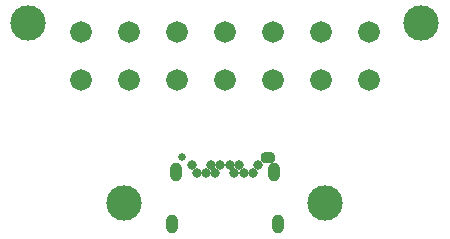
<source format=gbr>
%TF.GenerationSoftware,KiCad,Pcbnew,7.0.5*%
%TF.CreationDate,2024-02-16T09:30:06-05:00*%
%TF.ProjectId,SaberCord_Copy_Male,53616265-7243-46f7-9264-5f436f70795f,rev?*%
%TF.SameCoordinates,Original*%
%TF.FileFunction,Soldermask,Bot*%
%TF.FilePolarity,Negative*%
%FSLAX46Y46*%
G04 Gerber Fmt 4.6, Leading zero omitted, Abs format (unit mm)*
G04 Created by KiCad (PCBNEW 7.0.5) date 2024-02-16 09:30:06*
%MOMM*%
%LPD*%
G01*
G04 APERTURE LIST*
%ADD10C,0.010000*%
%ADD11C,3.000000*%
%ADD12C,0.650000*%
%ADD13C,0.804000*%
%ADD14O,1.004000X1.604000*%
%ADD15C,1.828800*%
G04 APERTURE END LIST*
%TO.C,J2*%
D10*
X144107000Y-87916000D02*
X144129000Y-87917000D01*
X144151000Y-87920000D01*
X144173000Y-87924000D01*
X144195000Y-87929000D01*
X144216000Y-87936000D01*
X144237000Y-87943000D01*
X144258000Y-87952000D01*
X144278000Y-87961000D01*
X144297000Y-87972000D01*
X144316000Y-87984000D01*
X144335000Y-87996000D01*
X144352000Y-88010000D01*
X144369000Y-88024000D01*
X144386000Y-88039000D01*
X144401000Y-88056000D01*
X144415000Y-88073000D01*
X144429000Y-88090000D01*
X144441000Y-88109000D01*
X144453000Y-88127000D01*
X144464000Y-88147000D01*
X144473000Y-88167000D01*
X144482000Y-88188000D01*
X144489000Y-88209000D01*
X144496000Y-88230000D01*
X144501000Y-88252000D01*
X144505000Y-88274000D01*
X144508000Y-88296000D01*
X144509000Y-88318000D01*
X144510000Y-88340000D01*
X144509000Y-88362000D01*
X144508000Y-88384000D01*
X144505000Y-88406000D01*
X144501000Y-88428000D01*
X144496000Y-88450000D01*
X144489000Y-88471000D01*
X144482000Y-88492000D01*
X144473000Y-88513000D01*
X144464000Y-88533000D01*
X144453000Y-88552000D01*
X144441000Y-88571000D01*
X144429000Y-88590000D01*
X144415000Y-88607000D01*
X144401000Y-88624000D01*
X144386000Y-88641000D01*
X144369000Y-88656000D01*
X144352000Y-88670000D01*
X144335000Y-88684000D01*
X144316000Y-88696000D01*
X144297000Y-88708000D01*
X144278000Y-88719000D01*
X144258000Y-88728000D01*
X144237000Y-88737000D01*
X144216000Y-88744000D01*
X144195000Y-88751000D01*
X144173000Y-88756000D01*
X144151000Y-88760000D01*
X144129000Y-88763000D01*
X144107000Y-88764000D01*
X144085000Y-88765000D01*
X143785000Y-88765000D01*
X143763000Y-88764000D01*
X143741000Y-88763000D01*
X143719000Y-88760000D01*
X143697000Y-88756000D01*
X143675000Y-88751000D01*
X143654000Y-88744000D01*
X143633000Y-88737000D01*
X143612000Y-88728000D01*
X143592000Y-88719000D01*
X143572000Y-88708000D01*
X143554000Y-88696000D01*
X143535000Y-88684000D01*
X143518000Y-88670000D01*
X143501000Y-88656000D01*
X143484000Y-88641000D01*
X143469000Y-88624000D01*
X143455000Y-88607000D01*
X143441000Y-88590000D01*
X143429000Y-88571000D01*
X143417000Y-88552000D01*
X143406000Y-88533000D01*
X143397000Y-88513000D01*
X143388000Y-88492000D01*
X143381000Y-88471000D01*
X143374000Y-88450000D01*
X143369000Y-88428000D01*
X143365000Y-88406000D01*
X143362000Y-88384000D01*
X143361000Y-88362000D01*
X143360000Y-88340000D01*
X143361000Y-88318000D01*
X143362000Y-88296000D01*
X143365000Y-88274000D01*
X143369000Y-88252000D01*
X143374000Y-88230000D01*
X143381000Y-88209000D01*
X143388000Y-88188000D01*
X143397000Y-88167000D01*
X143406000Y-88147000D01*
X143417000Y-88127000D01*
X143429000Y-88109000D01*
X143441000Y-88090000D01*
X143455000Y-88073000D01*
X143469000Y-88056000D01*
X143484000Y-88039000D01*
X143501000Y-88024000D01*
X143518000Y-88010000D01*
X143535000Y-87996000D01*
X143554000Y-87984000D01*
X143572000Y-87972000D01*
X143592000Y-87961000D01*
X143612000Y-87952000D01*
X143633000Y-87943000D01*
X143654000Y-87936000D01*
X143675000Y-87929000D01*
X143697000Y-87924000D01*
X143719000Y-87920000D01*
X143741000Y-87917000D01*
X143763000Y-87916000D01*
X143785000Y-87915000D01*
X144085000Y-87915000D01*
X144107000Y-87916000D01*
G36*
X144107000Y-87916000D02*
G01*
X144129000Y-87917000D01*
X144151000Y-87920000D01*
X144173000Y-87924000D01*
X144195000Y-87929000D01*
X144216000Y-87936000D01*
X144237000Y-87943000D01*
X144258000Y-87952000D01*
X144278000Y-87961000D01*
X144297000Y-87972000D01*
X144316000Y-87984000D01*
X144335000Y-87996000D01*
X144352000Y-88010000D01*
X144369000Y-88024000D01*
X144386000Y-88039000D01*
X144401000Y-88056000D01*
X144415000Y-88073000D01*
X144429000Y-88090000D01*
X144441000Y-88109000D01*
X144453000Y-88127000D01*
X144464000Y-88147000D01*
X144473000Y-88167000D01*
X144482000Y-88188000D01*
X144489000Y-88209000D01*
X144496000Y-88230000D01*
X144501000Y-88252000D01*
X144505000Y-88274000D01*
X144508000Y-88296000D01*
X144509000Y-88318000D01*
X144510000Y-88340000D01*
X144509000Y-88362000D01*
X144508000Y-88384000D01*
X144505000Y-88406000D01*
X144501000Y-88428000D01*
X144496000Y-88450000D01*
X144489000Y-88471000D01*
X144482000Y-88492000D01*
X144473000Y-88513000D01*
X144464000Y-88533000D01*
X144453000Y-88552000D01*
X144441000Y-88571000D01*
X144429000Y-88590000D01*
X144415000Y-88607000D01*
X144401000Y-88624000D01*
X144386000Y-88641000D01*
X144369000Y-88656000D01*
X144352000Y-88670000D01*
X144335000Y-88684000D01*
X144316000Y-88696000D01*
X144297000Y-88708000D01*
X144278000Y-88719000D01*
X144258000Y-88728000D01*
X144237000Y-88737000D01*
X144216000Y-88744000D01*
X144195000Y-88751000D01*
X144173000Y-88756000D01*
X144151000Y-88760000D01*
X144129000Y-88763000D01*
X144107000Y-88764000D01*
X144085000Y-88765000D01*
X143785000Y-88765000D01*
X143763000Y-88764000D01*
X143741000Y-88763000D01*
X143719000Y-88760000D01*
X143697000Y-88756000D01*
X143675000Y-88751000D01*
X143654000Y-88744000D01*
X143633000Y-88737000D01*
X143612000Y-88728000D01*
X143592000Y-88719000D01*
X143572000Y-88708000D01*
X143554000Y-88696000D01*
X143535000Y-88684000D01*
X143518000Y-88670000D01*
X143501000Y-88656000D01*
X143484000Y-88641000D01*
X143469000Y-88624000D01*
X143455000Y-88607000D01*
X143441000Y-88590000D01*
X143429000Y-88571000D01*
X143417000Y-88552000D01*
X143406000Y-88533000D01*
X143397000Y-88513000D01*
X143388000Y-88492000D01*
X143381000Y-88471000D01*
X143374000Y-88450000D01*
X143369000Y-88428000D01*
X143365000Y-88406000D01*
X143362000Y-88384000D01*
X143361000Y-88362000D01*
X143360000Y-88340000D01*
X143361000Y-88318000D01*
X143362000Y-88296000D01*
X143365000Y-88274000D01*
X143369000Y-88252000D01*
X143374000Y-88230000D01*
X143381000Y-88209000D01*
X143388000Y-88188000D01*
X143397000Y-88167000D01*
X143406000Y-88147000D01*
X143417000Y-88127000D01*
X143429000Y-88109000D01*
X143441000Y-88090000D01*
X143455000Y-88073000D01*
X143469000Y-88056000D01*
X143484000Y-88039000D01*
X143501000Y-88024000D01*
X143518000Y-88010000D01*
X143535000Y-87996000D01*
X143554000Y-87984000D01*
X143572000Y-87972000D01*
X143592000Y-87961000D01*
X143612000Y-87952000D01*
X143633000Y-87943000D01*
X143654000Y-87936000D01*
X143675000Y-87929000D01*
X143697000Y-87924000D01*
X143719000Y-87920000D01*
X143741000Y-87917000D01*
X143763000Y-87916000D01*
X143785000Y-87915000D01*
X144085000Y-87915000D01*
X144107000Y-87916000D01*
G37*
%TD*%
D11*
%TO.C,H1*%
X123698000Y-76962000D03*
%TD*%
D12*
%TO.C,J2*%
X136735000Y-88340000D03*
X143935000Y-88340000D03*
D13*
X143135000Y-88990000D03*
X142735000Y-89690000D03*
X141935000Y-89690000D03*
X141535000Y-88990000D03*
X141135000Y-89690000D03*
X140735000Y-88990000D03*
X139935000Y-88990000D03*
X139535000Y-89690000D03*
X139135000Y-88990000D03*
X138735000Y-89690000D03*
X137935000Y-89690000D03*
X137535000Y-88990000D03*
D14*
X136205000Y-89580000D03*
X144465000Y-89580000D03*
X135845000Y-93980000D03*
X144825000Y-93980000D03*
%TD*%
D11*
%TO.C,H4*%
X148844000Y-92202000D03*
%TD*%
%TO.C,H3*%
X131826000Y-92202000D03*
%TD*%
%TO.C,H2*%
X156972000Y-76962000D03*
%TD*%
D15*
%TO.C,J1*%
X128143000Y-77724000D03*
X132207000Y-77724000D03*
X136271000Y-77724000D03*
X140335000Y-77724000D03*
X144399000Y-77724000D03*
X148463000Y-77724000D03*
X152527000Y-77724000D03*
X128143000Y-81788000D03*
X132207000Y-81788000D03*
X136271000Y-81788000D03*
X140335000Y-81788000D03*
X144399000Y-81788000D03*
X148463000Y-81788000D03*
X152527000Y-81788000D03*
%TD*%
M02*

</source>
